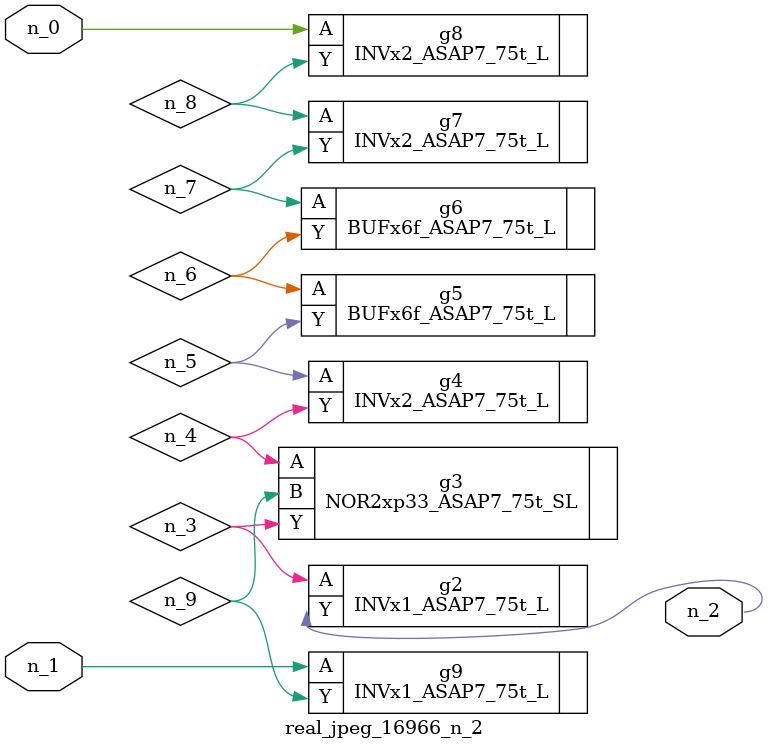
<source format=v>
module real_jpeg_16966_n_2 (n_1, n_0, n_2);

input n_1;
input n_0;

output n_2;

wire n_5;
wire n_4;
wire n_8;
wire n_6;
wire n_7;
wire n_3;
wire n_9;

INVx2_ASAP7_75t_L g8 ( 
.A(n_0),
.Y(n_8)
);

INVx1_ASAP7_75t_L g9 ( 
.A(n_1),
.Y(n_9)
);

INVx1_ASAP7_75t_L g2 ( 
.A(n_3),
.Y(n_2)
);

NOR2xp33_ASAP7_75t_SL g3 ( 
.A(n_4),
.B(n_9),
.Y(n_3)
);

INVx2_ASAP7_75t_L g4 ( 
.A(n_5),
.Y(n_4)
);

BUFx6f_ASAP7_75t_L g5 ( 
.A(n_6),
.Y(n_5)
);

BUFx6f_ASAP7_75t_L g6 ( 
.A(n_7),
.Y(n_6)
);

INVx2_ASAP7_75t_L g7 ( 
.A(n_8),
.Y(n_7)
);


endmodule
</source>
